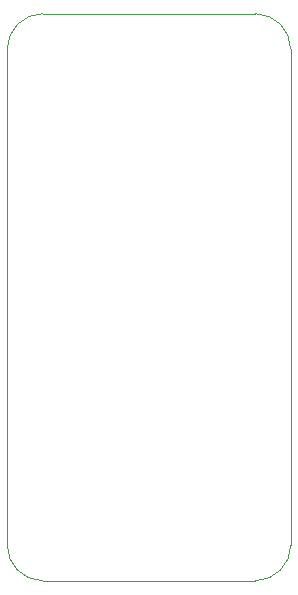
<source format=gbr>
G04*
G04 #@! TF.GenerationSoftware,Altium Limited,Altium Designer,23.0.1 (38)*
G04*
G04 Layer_Color=0*
%FSLAX25Y25*%
%MOIN*%
G70*
G04*
G04 #@! TF.SameCoordinates,1BC4FD92-A1BF-4EFC-BBB9-C4C69C01024F*
G04*
G04*
G04 #@! TF.FilePolarity,Positive*
G04*
G01*
G75*
%ADD28C,0.00100*%
D28*
X219815Y73327D02*
Y238681D01*
D02*
G02*
X231626Y250492I11811J0D01*
G01*
X302492Y250492D01*
D02*
G02*
X314303Y238681I-0J-11811D01*
G01*
X314303Y73327D01*
D02*
G02*
X302492Y61516I-11811J0D01*
G01*
X231626Y61516D01*
D02*
G02*
X219815Y73327I0J11811D01*
G01*
M02*

</source>
